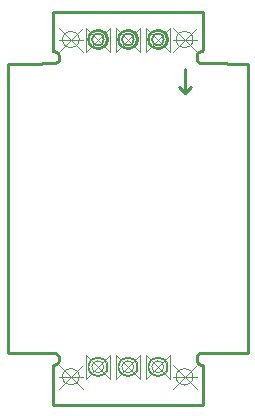
<source format=gm1>
G04 MADE WITH FRITZING*
G04 WWW.FRITZING.ORG*
G04 DOUBLE SIDED*
G04 HOLES PLATED*
G04 CONTOUR ON CENTER OF CONTOUR VECTOR*
%ASAXBY*%
%FSLAX23Y23*%
%MOIN*%
%OFA0B0*%
%SFA1.0B1.0*%
%ADD10C,0.066929*%
%ADD11C,0.059055*%
%ADD12C,0.039370*%
%ADD13C,0.055315X0.0549213*%
%ADD14C,0.000197*%
%ADD15C,0.009843*%
%ADD16C,0.001000*%
%ADD10C,0.008*%
%LNCONTOUR*%
G90*
G70*
G54D10*
G01X335Y1218D02*
G75*
G03X335Y1218I-33J0D01*
G01*
G01X335Y1218D02*
G75*
G03X335Y1218I-33J0D01*
G01*
G01X331Y1218D02*
G75*
G03X331Y1218I-30J0D01*
G01*
G01X321Y1218D02*
G75*
G03X321Y1218I-20J0D01*
G01*
G01X435Y1218D02*
G75*
G03X435Y1218I-33J0D01*
G01*
G01X435Y1218D02*
G75*
G03X435Y1218I-33J0D01*
G01*
G01X431Y1218D02*
G75*
G03X431Y1218I-30J0D01*
G01*
G01X421Y1218D02*
G75*
G03X421Y1218I-20J0D01*
G01*
G01X535Y1218D02*
G75*
G03X535Y1218I-33J0D01*
G01*
G01X535Y1218D02*
G75*
G03X535Y1218I-33J0D01*
G01*
G01X531Y1218D02*
G75*
G03X531Y1218I-30J0D01*
G01*
G01X521Y1218D02*
G75*
G03X521Y1218I-20J0D01*
G01*
G54D14*
G01X618Y1218D02*
G75*
G03X618Y1218I-28J0D01*
G01*
G01X239Y1218D02*
G75*
G03X239Y1218I-28J0D01*
G01*
G01X335Y127D02*
G75*
G03X335Y127I-33J0D01*
G01*
G01X335Y127D02*
G75*
G03X335Y127I-33J0D01*
G01*
G01X331Y127D02*
G75*
G03X331Y127I-30J0D01*
G01*
G01X321Y127D02*
G75*
G03X321Y127I-20J0D01*
G01*
G01X435Y127D02*
G75*
G03X435Y127I-33J0D01*
G01*
G01X435Y127D02*
G75*
G03X435Y127I-33J0D01*
G01*
G01X431Y127D02*
G75*
G03X431Y127I-30J0D01*
G01*
G01X421Y127D02*
G75*
G03X421Y127I-20J0D01*
G01*
G01X535Y127D02*
G75*
G03X535Y127I-33J0D01*
G01*
G01X535Y127D02*
G75*
G03X535Y127I-33J0D01*
G01*
G01X531Y127D02*
G75*
G03X531Y127I-30J0D01*
G01*
G01X521Y127D02*
G75*
G03X521Y127I-20J0D01*
G01*
G01X239Y94D02*
G75*
G03X239Y94I-28J0D01*
G01*
G01X618Y94D02*
G75*
G03X618Y94I-28J0D01*
G01*
X149Y1178D02*
X151Y1178D01*
D02*
X651Y1178D02*
X653Y1178D01*
D02*
X653Y133D02*
X651Y133D01*
D02*
X151Y133D02*
X149Y133D01*
G54D15*
D02*
X611Y1060D02*
X592Y1040D01*
D02*
X592Y1040D02*
X572Y1060D01*
D02*
X592Y1040D02*
X592Y1119D01*
X150Y1311D02*
X150Y1310D01*
X150Y1183D01*
X151Y1182D01*
X152Y1182D01*
X153Y1181D01*
X154Y1181D01*
X155Y1180D01*
X156Y1180D01*
X157Y1179D01*
X158Y1179D01*
X159Y1178D01*
X160Y1178D01*
X161Y1177D01*
X162Y1177D01*
X163Y1176D01*
X164Y1176D01*
X165Y1175D01*
X166Y1174D01*
X167Y1173D01*
X168Y1172D01*
X168Y1171D01*
X169Y1170D01*
X169Y1169D01*
X170Y1168D01*
X170Y1165D01*
X171Y1164D01*
X171Y1153D01*
X170Y1152D01*
X170Y1148D01*
X169Y1147D01*
X168Y1146D01*
X168Y1145D01*
X167Y1144D01*
X166Y1143D01*
X165Y1143D01*
X164Y1142D01*
X163Y1142D01*
X162Y1141D01*
X161Y1141D01*
X160Y1140D01*
X159Y1140D01*
X158Y1140D01*
X157Y1140D01*
X156Y1140D01*
X155Y1140D01*
X154Y1140D01*
X153Y1140D01*
X152Y1139D01*
X151Y1139D01*
X150Y1139D01*
X149Y1139D01*
X148Y1139D01*
X147Y1139D01*
X146Y1139D01*
X145Y1139D01*
X144Y1139D01*
X143Y1139D01*
X142Y1139D01*
X141Y1139D01*
X140Y1139D01*
X139Y1139D01*
X138Y1139D01*
X137Y1139D01*
X136Y1139D01*
X135Y1139D01*
X134Y1139D01*
X133Y1139D01*
X132Y1139D01*
X131Y1139D01*
X130Y1139D01*
X129Y1139D01*
X128Y1139D01*
X127Y1139D01*
X126Y1139D01*
X125Y1139D01*
X124Y1139D01*
X123Y1139D01*
X122Y1139D01*
X121Y1139D01*
X120Y1139D01*
X119Y1139D01*
X118Y1139D01*
X117Y1139D01*
X116Y1139D01*
X115Y1138D01*
X114Y1138D01*
X113Y1138D01*
X112Y1138D01*
X111Y1138D01*
X110Y1138D01*
X109Y1138D01*
X108Y1138D01*
X107Y1138D01*
X106Y1138D01*
X105Y1138D01*
X104Y1138D01*
X103Y1138D01*
X102Y1138D01*
X101Y1138D01*
X100Y1138D01*
X99Y1138D01*
X98Y1138D01*
X97Y1138D01*
X96Y1138D01*
X95Y1138D01*
X94Y1138D01*
X93Y1138D01*
X92Y1138D01*
X91Y1138D01*
X90Y1138D01*
X89Y1138D01*
X88Y1138D01*
X87Y1138D01*
X86Y1138D01*
X85Y1138D01*
X84Y1138D01*
X83Y1138D01*
X82Y1138D01*
X81Y1138D01*
X80Y1138D01*
X79Y1138D01*
X78Y1138D01*
X77Y1138D01*
X76Y1138D01*
X75Y1138D01*
X74Y1138D01*
X73Y1138D01*
X72Y1138D01*
X71Y1138D01*
X70Y1138D01*
X69Y1138D01*
X68Y1138D01*
X67Y1138D01*
X66Y1138D01*
X65Y1138D01*
X64Y1138D01*
X63Y1138D01*
X62Y1138D01*
X61Y1138D01*
X60Y1138D01*
X59Y1138D01*
X58Y1138D01*
X57Y1138D01*
X56Y1138D01*
X55Y1138D01*
X54Y1138D01*
X53Y1138D01*
X52Y1138D01*
X51Y1138D01*
X50Y1138D01*
X49Y1138D01*
X48Y1138D01*
X47Y1138D01*
X46Y1138D01*
X45Y1138D01*
X44Y1138D01*
X43Y1138D01*
X42Y1138D01*
X41Y1138D01*
X40Y1138D01*
X39Y1138D01*
X38Y1138D01*
X37Y1138D01*
X36Y1138D01*
X35Y1138D01*
X34Y1138D01*
X33Y1138D01*
X32Y1138D01*
X31Y1138D01*
X30Y1138D01*
X29Y1138D01*
X28Y1138D01*
X27Y1138D01*
X26Y1138D01*
X25Y1138D01*
X24Y1138D01*
X23Y1138D01*
X22Y1138D01*
X21Y1138D01*
X20Y1138D01*
X19Y1138D01*
X18Y1138D01*
X17Y1138D01*
X16Y1138D01*
X15Y1138D01*
X14Y1138D01*
X13Y1138D01*
X12Y1138D01*
X11Y1138D01*
X10Y1138D01*
X9Y1138D01*
X8Y1138D01*
X7Y1138D01*
X6Y1138D01*
X5Y1138D01*
X4Y1138D01*
X3Y1138D01*
X2Y1138D01*
X1Y1138D01*
X0Y1138D01*
X0Y174D01*
X1Y174D01*
X2Y174D01*
X3Y174D01*
X4Y174D01*
X5Y174D01*
X6Y174D01*
X7Y174D01*
X8Y174D01*
X9Y174D01*
X10Y174D01*
X11Y174D01*
X12Y174D01*
X13Y174D01*
X14Y174D01*
X15Y174D01*
X16Y174D01*
X17Y174D01*
X18Y174D01*
X19Y174D01*
X20Y174D01*
X21Y174D01*
X22Y174D01*
X23Y174D01*
X24Y174D01*
X25Y174D01*
X26Y174D01*
X27Y174D01*
X28Y174D01*
X29Y174D01*
X30Y174D01*
X31Y174D01*
X32Y174D01*
X33Y174D01*
X34Y174D01*
X35Y174D01*
X36Y174D01*
X37Y174D01*
X38Y174D01*
X39Y174D01*
X40Y174D01*
X41Y174D01*
X42Y174D01*
X43Y174D01*
X44Y174D01*
X45Y174D01*
X46Y174D01*
X47Y174D01*
X48Y174D01*
X49Y174D01*
X50Y174D01*
X51Y174D01*
X52Y174D01*
X53Y174D01*
X54Y174D01*
X55Y174D01*
X56Y174D01*
X57Y174D01*
X58Y174D01*
X59Y174D01*
X60Y174D01*
X61Y174D01*
X62Y174D01*
X63Y174D01*
X64Y174D01*
X65Y174D01*
X66Y174D01*
X67Y174D01*
X68Y174D01*
X69Y174D01*
X70Y174D01*
X71Y174D01*
X72Y174D01*
X73Y174D01*
X74Y174D01*
X75Y174D01*
X76Y174D01*
X77Y174D01*
X78Y174D01*
X79Y174D01*
X80Y174D01*
X81Y174D01*
X82Y174D01*
X83Y174D01*
X84Y174D01*
X85Y174D01*
X86Y174D01*
X87Y174D01*
X88Y174D01*
X89Y174D01*
X90Y174D01*
X91Y174D01*
X92Y174D01*
X93Y174D01*
X94Y174D01*
X95Y174D01*
X96Y174D01*
X97Y174D01*
X98Y174D01*
X99Y174D01*
X100Y174D01*
X101Y174D01*
X102Y174D01*
X103Y174D01*
X104Y174D01*
X105Y174D01*
X106Y174D01*
X107Y174D01*
X108Y174D01*
X109Y174D01*
X110Y174D01*
X111Y174D01*
X112Y174D01*
X113Y174D01*
X114Y174D01*
X115Y174D01*
X116Y174D01*
X117Y174D01*
X118Y174D01*
X119Y174D01*
X120Y174D01*
X121Y174D01*
X122Y174D01*
X123Y174D01*
X124Y174D01*
X125Y174D01*
X126Y174D01*
X127Y174D01*
X128Y174D01*
X129Y174D01*
X130Y174D01*
X131Y174D01*
X132Y174D01*
X133Y174D01*
X134Y174D01*
X135Y174D01*
X136Y174D01*
X137Y174D01*
X138Y174D01*
X139Y174D01*
X140Y174D01*
X141Y174D01*
X142Y174D01*
X143Y174D01*
X144Y174D01*
X145Y174D01*
X146Y174D01*
X147Y174D01*
X148Y174D01*
X149Y174D01*
X150Y174D01*
X151Y174D01*
X152Y174D01*
X153Y174D01*
X154Y174D01*
X155Y174D01*
X156Y174D01*
X157Y174D01*
X158Y174D01*
X159Y174D01*
X160Y174D01*
X161Y173D01*
X162Y172D01*
X163Y171D01*
X164Y170D01*
X165Y169D01*
X166Y168D01*
X167Y167D01*
X168Y166D01*
X168Y165D01*
X169Y164D01*
X169Y163D01*
X170Y162D01*
X170Y160D01*
X171Y159D01*
X171Y149D01*
X170Y148D01*
X170Y145D01*
X169Y144D01*
X168Y143D01*
X168Y142D01*
X167Y141D01*
X166Y140D01*
X165Y139D01*
X164Y138D01*
X163Y137D01*
X162Y136D01*
X161Y136D01*
X160Y135D01*
X159Y135D01*
X158Y134D01*
X157Y134D01*
X156Y134D01*
X155Y133D01*
X154Y133D01*
X153Y133D01*
X152Y133D01*
X151Y133D01*
X150Y133D01*
X150Y1D01*
X151Y1D01*
X152Y1D01*
X153Y1D01*
X154Y1D01*
X155Y1D01*
X156Y1D01*
X157Y1D01*
X158Y1D01*
X159Y1D01*
X160Y1D01*
X161Y1D01*
X162Y1D01*
X163Y1D01*
X164Y1D01*
X165Y1D01*
X166Y1D01*
X167Y1D01*
X168Y1D01*
X169Y1D01*
X170Y1D01*
X171Y1D01*
X172Y1D01*
X173Y1D01*
X174Y1D01*
X175Y1D01*
X176Y1D01*
X177Y1D01*
X178Y1D01*
X179Y1D01*
X180Y1D01*
X181Y1D01*
X182Y1D01*
X183Y1D01*
X184Y1D01*
X185Y1D01*
X186Y1D01*
X187Y1D01*
X188Y1D01*
X189Y1D01*
X190Y1D01*
X191Y1D01*
X192Y1D01*
X193Y1D01*
X194Y1D01*
X195Y1D01*
X196Y1D01*
X197Y1D01*
X198Y1D01*
X199Y1D01*
X200Y1D01*
X201Y1D01*
X202Y1D01*
X203Y1D01*
X204Y1D01*
X205Y1D01*
X206Y1D01*
X207Y1D01*
X208Y1D01*
X209Y1D01*
X210Y1D01*
X211Y1D01*
X212Y1D01*
X213Y1D01*
X214Y1D01*
X215Y1D01*
X216Y1D01*
X217Y1D01*
X218Y1D01*
X219Y1D01*
X220Y1D01*
X221Y1D01*
X222Y1D01*
X223Y1D01*
X224Y1D01*
X225Y1D01*
X226Y1D01*
X227Y1D01*
X228Y1D01*
X229Y1D01*
X230Y1D01*
X231Y1D01*
X232Y1D01*
X233Y1D01*
X234Y1D01*
X235Y1D01*
X236Y1D01*
X237Y1D01*
X238Y1D01*
X239Y1D01*
X240Y1D01*
X241Y1D01*
X242Y1D01*
X243Y1D01*
X244Y1D01*
X245Y1D01*
X246Y1D01*
X247Y1D01*
X248Y1D01*
X249Y1D01*
X250Y1D01*
X251Y1D01*
X252Y1D01*
X253Y1D01*
X254Y1D01*
X255Y1D01*
X256Y1D01*
X257Y1D01*
X258Y1D01*
X259Y1D01*
X260Y1D01*
X261Y1D01*
X262Y1D01*
X263Y1D01*
X264Y1D01*
X265Y1D01*
X266Y1D01*
X267Y1D01*
X268Y1D01*
X269Y1D01*
X270Y1D01*
X271Y1D01*
X272Y1D01*
X273Y1D01*
X274Y1D01*
X275Y1D01*
X276Y1D01*
X277Y1D01*
X278Y1D01*
X279Y1D01*
X280Y1D01*
X281Y1D01*
X282Y1D01*
X283Y1D01*
X284Y1D01*
X285Y1D01*
X286Y1D01*
X287Y1D01*
X288Y1D01*
X289Y1D01*
X290Y1D01*
X291Y1D01*
X292Y1D01*
X293Y1D01*
X294Y1D01*
X295Y1D01*
X296Y1D01*
X297Y1D01*
X298Y1D01*
X299Y1D01*
X300Y1D01*
X301Y1D01*
X302Y1D01*
X303Y1D01*
X304Y1D01*
X305Y1D01*
X306Y1D01*
X307Y1D01*
X308Y1D01*
X309Y1D01*
X310Y1D01*
X311Y1D01*
X312Y1D01*
X313Y1D01*
X314Y1D01*
X315Y1D01*
X316Y1D01*
X317Y1D01*
X318Y1D01*
X319Y1D01*
X320Y1D01*
X321Y1D01*
X322Y1D01*
X323Y1D01*
X324Y1D01*
X325Y1D01*
X326Y1D01*
X327Y1D01*
X328Y1D01*
X329Y1D01*
X330Y1D01*
X331Y1D01*
X332Y1D01*
X333Y1D01*
X334Y1D01*
X335Y1D01*
X336Y1D01*
X337Y1D01*
X338Y1D01*
X339Y1D01*
X340Y1D01*
X341Y1D01*
X342Y1D01*
X343Y1D01*
X344Y1D01*
X345Y1D01*
X346Y1D01*
X347Y1D01*
X348Y1D01*
X349Y1D01*
X350Y1D01*
X351Y1D01*
X352Y1D01*
X353Y1D01*
X354Y1D01*
X355Y1D01*
X356Y1D01*
X357Y1D01*
X358Y1D01*
X359Y1D01*
X360Y1D01*
X361Y1D01*
X362Y1D01*
X363Y1D01*
X364Y1D01*
X365Y1D01*
X366Y1D01*
X367Y1D01*
X368Y1D01*
X369Y1D01*
X370Y1D01*
X371Y1D01*
X372Y1D01*
X373Y1D01*
X374Y1D01*
X375Y1D01*
X376Y1D01*
X377Y1D01*
X378Y1D01*
X379Y1D01*
X380Y1D01*
X381Y1D01*
X382Y1D01*
X383Y1D01*
X384Y1D01*
X385Y1D01*
X386Y1D01*
X387Y1D01*
X388Y1D01*
X389Y1D01*
X390Y1D01*
X391Y1D01*
X392Y1D01*
X393Y1D01*
X394Y1D01*
X395Y1D01*
X396Y1D01*
X397Y1D01*
X398Y1D01*
X399Y1D01*
X400Y1D01*
X401Y1D01*
X402Y1D01*
X403Y1D01*
X404Y1D01*
X405Y1D01*
X406Y1D01*
X407Y1D01*
X408Y1D01*
X409Y1D01*
X410Y1D01*
X411Y1D01*
X412Y1D01*
X413Y1D01*
X414Y1D01*
X415Y1D01*
X416Y1D01*
X417Y1D01*
X418Y1D01*
X419Y1D01*
X420Y1D01*
X421Y1D01*
X422Y1D01*
X423Y1D01*
X424Y1D01*
X425Y1D01*
X426Y1D01*
X427Y1D01*
X428Y1D01*
X429Y1D01*
X430Y1D01*
X431Y1D01*
X432Y1D01*
X433Y1D01*
X434Y1D01*
X435Y1D01*
X436Y1D01*
X437Y1D01*
X438Y1D01*
X439Y1D01*
X440Y1D01*
X441Y1D01*
X442Y1D01*
X443Y1D01*
X444Y1D01*
X445Y1D01*
X446Y1D01*
X447Y1D01*
X448Y1D01*
X449Y1D01*
X450Y1D01*
X451Y1D01*
X452Y1D01*
X453Y1D01*
X454Y1D01*
X455Y1D01*
X456Y1D01*
X457Y1D01*
X458Y1D01*
X459Y1D01*
X460Y1D01*
X461Y1D01*
X462Y1D01*
X463Y1D01*
X464Y1D01*
X465Y1D01*
X466Y1D01*
X467Y1D01*
X468Y1D01*
X469Y1D01*
X470Y1D01*
X471Y1D01*
X472Y1D01*
X473Y1D01*
X474Y1D01*
X475Y1D01*
X476Y1D01*
X477Y1D01*
X478Y1D01*
X479Y1D01*
X480Y1D01*
X481Y1D01*
X482Y1D01*
X483Y1D01*
X484Y1D01*
X485Y1D01*
X486Y1D01*
X487Y1D01*
X488Y1D01*
X489Y1D01*
X490Y1D01*
X491Y1D01*
X492Y1D01*
X493Y1D01*
X494Y1D01*
X495Y1D01*
X496Y1D01*
X497Y1D01*
X498Y1D01*
X499Y1D01*
X500Y1D01*
X501Y1D01*
X502Y1D01*
X503Y1D01*
X504Y1D01*
X505Y1D01*
X506Y1D01*
X507Y1D01*
X508Y1D01*
X509Y1D01*
X510Y1D01*
X511Y1D01*
X512Y1D01*
X513Y1D01*
X514Y1D01*
X515Y1D01*
X516Y1D01*
X517Y1D01*
X518Y1D01*
X519Y1D01*
X520Y1D01*
X521Y1D01*
X522Y1D01*
X523Y1D01*
X524Y1D01*
X525Y1D01*
X526Y1D01*
X527Y1D01*
X528Y1D01*
X529Y1D01*
X530Y1D01*
X531Y1D01*
X532Y1D01*
X533Y1D01*
X534Y1D01*
X535Y1D01*
X536Y1D01*
X537Y1D01*
X538Y1D01*
X539Y1D01*
X540Y1D01*
X541Y1D01*
X542Y1D01*
X543Y1D01*
X544Y1D01*
X545Y1D01*
X546Y1D01*
X547Y1D01*
X548Y1D01*
X549Y1D01*
X550Y1D01*
X551Y1D01*
X552Y1D01*
X553Y1D01*
X554Y1D01*
X555Y1D01*
X556Y1D01*
X557Y1D01*
X558Y1D01*
X559Y1D01*
X560Y1D01*
X561Y1D01*
X562Y1D01*
X563Y1D01*
X564Y1D01*
X565Y1D01*
X566Y1D01*
X567Y1D01*
X568Y1D01*
X569Y1D01*
X570Y1D01*
X571Y1D01*
X572Y1D01*
X573Y1D01*
X574Y1D01*
X575Y1D01*
X576Y1D01*
X577Y1D01*
X578Y1D01*
X579Y1D01*
X580Y1D01*
X581Y1D01*
X582Y1D01*
X583Y1D01*
X584Y1D01*
X585Y1D01*
X586Y1D01*
X587Y1D01*
X588Y1D01*
X589Y1D01*
X590Y1D01*
X591Y1D01*
X592Y1D01*
X593Y1D01*
X594Y1D01*
X595Y1D01*
X596Y1D01*
X597Y1D01*
X598Y1D01*
X599Y1D01*
X600Y1D01*
X601Y1D01*
X602Y1D01*
X603Y1D01*
X604Y1D01*
X605Y1D01*
X606Y1D01*
X607Y1D01*
X608Y1D01*
X609Y1D01*
X610Y1D01*
X611Y1D01*
X612Y1D01*
X613Y1D01*
X614Y1D01*
X615Y1D01*
X616Y1D01*
X617Y1D01*
X618Y1D01*
X619Y1D01*
X620Y1D01*
X621Y1D01*
X622Y1D01*
X623Y1D01*
X624Y1D01*
X625Y1D01*
X626Y1D01*
X627Y1D01*
X628Y1D01*
X629Y1D01*
X630Y1D01*
X631Y1D01*
X632Y1D01*
X633Y1D01*
X634Y1D01*
X635Y1D01*
X636Y1D01*
X637Y1D01*
X638Y1D01*
X639Y1D01*
X640Y1D01*
X641Y1D01*
X642Y1D01*
X643Y1D01*
X644Y1D01*
X645Y1D01*
X646Y1D01*
X647Y1D01*
X648Y1D01*
X649Y1D01*
X650Y1D01*
X651Y1D01*
X651Y133D01*
X650Y133D01*
X649Y133D01*
X648Y133D01*
X647Y133D01*
X646Y133D01*
X645Y133D01*
X644Y133D01*
X643Y133D01*
X642Y134D01*
X641Y135D01*
X640Y136D01*
X639Y136D01*
X638Y137D01*
X637Y138D01*
X636Y139D01*
X635Y140D01*
X634Y141D01*
X633Y142D01*
X633Y143D01*
X632Y144D01*
X631Y145D01*
X631Y147D01*
X630Y148D01*
X630Y159D01*
X631Y160D01*
X631Y163D01*
X632Y164D01*
X632Y165D01*
X633Y166D01*
X634Y167D01*
X635Y168D01*
X636Y169D01*
X637Y170D01*
X638Y171D01*
X639Y172D01*
X640Y173D01*
X641Y174D01*
X642Y174D01*
X643Y174D01*
X644Y174D01*
X645Y174D01*
X646Y174D01*
X647Y174D01*
X648Y174D01*
X649Y174D01*
X650Y174D01*
X651Y174D01*
X652Y174D01*
X653Y174D01*
X654Y174D01*
X655Y174D01*
X656Y174D01*
X657Y174D01*
X658Y174D01*
X659Y174D01*
X660Y174D01*
X661Y174D01*
X662Y174D01*
X663Y174D01*
X664Y174D01*
X665Y174D01*
X666Y174D01*
X667Y174D01*
X668Y174D01*
X669Y174D01*
X670Y174D01*
X671Y174D01*
X672Y174D01*
X673Y174D01*
X674Y174D01*
X675Y174D01*
X676Y174D01*
X677Y174D01*
X678Y174D01*
X679Y174D01*
X680Y174D01*
X681Y174D01*
X682Y174D01*
X683Y174D01*
X684Y174D01*
X685Y174D01*
X686Y174D01*
X687Y174D01*
X688Y174D01*
X689Y174D01*
X690Y174D01*
X691Y174D01*
X692Y174D01*
X693Y174D01*
X694Y174D01*
X695Y174D01*
X696Y174D01*
X697Y174D01*
X698Y174D01*
X699Y174D01*
X700Y174D01*
X701Y174D01*
X702Y174D01*
X703Y174D01*
X704Y174D01*
X705Y174D01*
X706Y174D01*
X707Y174D01*
X708Y174D01*
X709Y174D01*
X710Y174D01*
X711Y174D01*
X712Y174D01*
X713Y174D01*
X714Y174D01*
X715Y174D01*
X716Y174D01*
X717Y174D01*
X718Y174D01*
X719Y174D01*
X720Y174D01*
X721Y174D01*
X722Y174D01*
X723Y174D01*
X724Y174D01*
X725Y174D01*
X726Y174D01*
X727Y174D01*
X728Y174D01*
X729Y174D01*
X730Y174D01*
X731Y174D01*
X732Y174D01*
X733Y174D01*
X734Y174D01*
X735Y174D01*
X736Y174D01*
X737Y174D01*
X738Y174D01*
X739Y174D01*
X740Y174D01*
X741Y174D01*
X742Y174D01*
X743Y174D01*
X744Y174D01*
X745Y174D01*
X746Y174D01*
X747Y174D01*
X748Y174D01*
X749Y174D01*
X750Y174D01*
X751Y174D01*
X752Y174D01*
X753Y174D01*
X754Y174D01*
X755Y174D01*
X756Y174D01*
X757Y174D01*
X758Y174D01*
X759Y174D01*
X760Y174D01*
X761Y174D01*
X762Y174D01*
X763Y174D01*
X764Y174D01*
X765Y174D01*
X766Y174D01*
X767Y174D01*
X768Y174D01*
X769Y174D01*
X770Y174D01*
X771Y174D01*
X772Y174D01*
X773Y174D01*
X774Y174D01*
X775Y174D01*
X776Y174D01*
X777Y174D01*
X778Y174D01*
X779Y174D01*
X780Y174D01*
X781Y174D01*
X782Y174D01*
X783Y174D01*
X784Y174D01*
X785Y174D01*
X786Y174D01*
X787Y174D01*
X788Y174D01*
X789Y174D01*
X790Y174D01*
X791Y174D01*
X792Y174D01*
X793Y174D01*
X794Y174D01*
X795Y174D01*
X796Y174D01*
X797Y174D01*
X798Y174D01*
X799Y174D01*
X800Y174D01*
X801Y174D01*
X801Y1138D01*
X800Y1138D01*
X799Y1138D01*
X798Y1138D01*
X797Y1138D01*
X796Y1138D01*
X795Y1138D01*
X794Y1138D01*
X793Y1138D01*
X792Y1138D01*
X791Y1138D01*
X790Y1138D01*
X789Y1138D01*
X788Y1138D01*
X787Y1138D01*
X786Y1138D01*
X785Y1138D01*
X784Y1138D01*
X783Y1138D01*
X782Y1138D01*
X781Y1138D01*
X780Y1138D01*
X779Y1138D01*
X778Y1138D01*
X777Y1138D01*
X776Y1138D01*
X775Y1138D01*
X774Y1138D01*
X773Y1138D01*
X772Y1138D01*
X771Y1138D01*
X770Y1138D01*
X769Y1138D01*
X768Y1138D01*
X767Y1138D01*
X766Y1138D01*
X765Y1138D01*
X764Y1138D01*
X763Y1138D01*
X762Y1138D01*
X761Y1138D01*
X760Y1138D01*
X759Y1138D01*
X758Y1138D01*
X757Y1138D01*
X756Y1138D01*
X755Y1138D01*
X754Y1138D01*
X753Y1138D01*
X752Y1138D01*
X751Y1138D01*
X750Y1138D01*
X749Y1138D01*
X748Y1138D01*
X747Y1138D01*
X746Y1138D01*
X745Y1138D01*
X744Y1138D01*
X743Y1138D01*
X742Y1138D01*
X741Y1138D01*
X740Y1138D01*
X739Y1138D01*
X738Y1138D01*
X737Y1138D01*
X736Y1138D01*
X735Y1138D01*
X734Y1138D01*
X733Y1138D01*
X732Y1138D01*
X731Y1139D01*
X730Y1139D01*
X729Y1139D01*
X728Y1139D01*
X727Y1139D01*
X726Y1139D01*
X725Y1139D01*
X724Y1139D01*
X723Y1139D01*
X722Y1139D01*
X721Y1139D01*
X720Y1139D01*
X719Y1139D01*
X718Y1139D01*
X717Y1139D01*
X716Y1139D01*
X715Y1139D01*
X714Y1139D01*
X713Y1139D01*
X712Y1139D01*
X711Y1139D01*
X710Y1139D01*
X709Y1139D01*
X708Y1139D01*
X707Y1139D01*
X706Y1139D01*
X705Y1139D01*
X704Y1139D01*
X703Y1139D01*
X702Y1139D01*
X701Y1139D01*
X700Y1139D01*
X699Y1139D01*
X698Y1139D01*
X697Y1139D01*
X696Y1139D01*
X695Y1139D01*
X694Y1139D01*
X693Y1139D01*
X692Y1139D01*
X691Y1139D01*
X690Y1139D01*
X689Y1139D01*
X688Y1139D01*
X687Y1139D01*
X686Y1139D01*
X685Y1139D01*
X684Y1139D01*
X683Y1139D01*
X682Y1139D01*
X681Y1139D01*
X680Y1139D01*
X679Y1139D01*
X678Y1139D01*
X677Y1139D01*
X676Y1139D01*
X675Y1139D01*
X674Y1139D01*
X673Y1139D01*
X672Y1139D01*
X671Y1139D01*
X670Y1139D01*
X669Y1139D01*
X668Y1139D01*
X667Y1139D01*
X666Y1139D01*
X665Y1139D01*
X664Y1139D01*
X663Y1139D01*
X662Y1139D01*
X661Y1139D01*
X660Y1139D01*
X659Y1139D01*
X658Y1139D01*
X657Y1139D01*
X656Y1139D01*
X655Y1139D01*
X654Y1139D01*
X653Y1139D01*
X652Y1139D01*
X651Y1139D01*
X650Y1139D01*
X649Y1139D01*
X648Y1139D01*
X647Y1139D01*
X646Y1139D01*
X645Y1139D01*
X644Y1139D01*
X643Y1139D01*
X642Y1139D01*
X641Y1139D01*
X640Y1139D01*
X639Y1140D01*
X638Y1141D01*
X637Y1142D01*
X636Y1143D01*
X635Y1144D01*
X634Y1145D01*
X633Y1146D01*
X632Y1147D01*
X632Y1148D01*
X631Y1149D01*
X631Y1152D01*
X630Y1153D01*
X630Y1164D01*
X631Y1165D01*
X631Y1168D01*
X632Y1169D01*
X632Y1170D01*
X633Y1171D01*
X633Y1172D01*
X634Y1173D01*
X635Y1174D01*
X636Y1175D01*
X637Y1176D01*
X638Y1176D01*
X639Y1177D01*
X640Y1177D01*
X641Y1178D01*
X642Y1178D01*
X643Y1179D01*
X644Y1179D01*
X645Y1180D01*
X646Y1180D01*
X647Y1181D01*
X648Y1181D01*
X649Y1182D01*
X650Y1182D01*
X651Y1183D01*
X651Y1311D01*
X650Y1311D01*
X649Y1311D01*
X648Y1311D01*
X647Y1311D01*
X646Y1311D01*
X645Y1311D01*
X644Y1311D01*
X643Y1311D01*
X642Y1311D01*
X641Y1311D01*
X640Y1311D01*
X639Y1311D01*
X638Y1311D01*
X637Y1311D01*
X636Y1311D01*
X635Y1311D01*
X634Y1311D01*
X633Y1311D01*
X632Y1311D01*
X631Y1311D01*
X630Y1311D01*
X629Y1311D01*
X628Y1311D01*
X627Y1311D01*
X626Y1311D01*
X625Y1311D01*
X624Y1311D01*
X623Y1311D01*
X622Y1311D01*
X621Y1311D01*
X620Y1311D01*
X619Y1311D01*
X618Y1311D01*
X617Y1311D01*
X616Y1311D01*
X615Y1311D01*
X614Y1311D01*
X613Y1311D01*
X612Y1311D01*
X611Y1311D01*
X610Y1311D01*
X609Y1311D01*
X608Y1311D01*
X607Y1311D01*
X606Y1311D01*
X605Y1311D01*
X604Y1311D01*
X603Y1311D01*
X602Y1311D01*
X601Y1311D01*
X600Y1311D01*
X599Y1311D01*
X598Y1311D01*
X597Y1311D01*
X596Y1311D01*
X595Y1311D01*
X594Y1311D01*
X593Y1311D01*
X592Y1311D01*
X591Y1311D01*
X590Y1311D01*
X589Y1311D01*
X588Y1311D01*
X587Y1311D01*
X586Y1311D01*
X585Y1311D01*
X584Y1311D01*
X583Y1311D01*
X582Y1311D01*
X581Y1311D01*
X580Y1311D01*
X579Y1311D01*
X578Y1311D01*
X577Y1311D01*
X576Y1311D01*
X575Y1311D01*
X574Y1311D01*
X573Y1311D01*
X572Y1311D01*
X571Y1311D01*
X570Y1311D01*
X569Y1311D01*
X568Y1311D01*
X567Y1311D01*
X566Y1311D01*
X565Y1311D01*
X564Y1311D01*
X563Y1311D01*
X562Y1311D01*
X561Y1311D01*
X560Y1311D01*
X559Y1311D01*
X558Y1311D01*
X557Y1311D01*
X556Y1311D01*
X555Y1311D01*
X554Y1311D01*
X553Y1311D01*
X552Y1311D01*
X551Y1311D01*
X550Y1311D01*
X549Y1311D01*
X548Y1311D01*
X547Y1311D01*
X546Y1311D01*
X545Y1311D01*
X544Y1311D01*
X543Y1311D01*
X542Y1311D01*
X541Y1311D01*
X540Y1311D01*
X539Y1311D01*
X538Y1311D01*
X537Y1311D01*
X536Y1311D01*
X535Y1311D01*
X534Y1311D01*
X533Y1311D01*
X532Y1311D01*
X531Y1311D01*
X530Y1311D01*
X529Y1311D01*
X528Y1311D01*
X527Y1311D01*
X526Y1311D01*
X525Y1311D01*
X524Y1311D01*
X523Y1311D01*
X522Y1311D01*
X521Y1311D01*
X520Y1311D01*
X519Y1311D01*
X518Y1311D01*
X517Y1311D01*
X516Y1311D01*
X515Y1311D01*
X514Y1311D01*
X513Y1311D01*
X512Y1311D01*
X511Y1311D01*
X510Y1311D01*
X509Y1311D01*
X508Y1311D01*
X507Y1311D01*
X506Y1311D01*
X505Y1311D01*
X504Y1311D01*
X503Y1311D01*
X502Y1311D01*
X501Y1311D01*
X500Y1311D01*
X499Y1311D01*
X498Y1311D01*
X497Y1311D01*
X496Y1311D01*
X495Y1311D01*
X494Y1311D01*
X493Y1311D01*
X492Y1311D01*
X491Y1311D01*
X490Y1311D01*
X489Y1311D01*
X488Y1311D01*
X487Y1311D01*
X486Y1311D01*
X485Y1311D01*
X484Y1311D01*
X483Y1311D01*
X482Y1311D01*
X481Y1311D01*
X480Y1311D01*
X479Y1311D01*
X478Y1311D01*
X477Y1311D01*
X476Y1311D01*
X475Y1311D01*
X474Y1311D01*
X473Y1311D01*
X472Y1311D01*
X471Y1311D01*
X470Y1311D01*
X469Y1311D01*
X468Y1311D01*
X467Y1311D01*
X466Y1311D01*
X465Y1311D01*
X464Y1311D01*
X463Y1311D01*
X462Y1311D01*
X461Y1311D01*
X460Y1311D01*
X459Y1311D01*
X458Y1311D01*
X457Y1311D01*
X456Y1311D01*
X455Y1311D01*
X454Y1311D01*
X453Y1311D01*
X452Y1311D01*
X451Y1311D01*
X450Y1311D01*
X449Y1311D01*
X448Y1311D01*
X447Y1311D01*
X446Y1311D01*
X445Y1311D01*
X444Y1311D01*
X443Y1311D01*
X442Y1311D01*
X441Y1311D01*
X440Y1311D01*
X439Y1311D01*
X438Y1311D01*
X437Y1311D01*
X436Y1311D01*
X435Y1311D01*
X434Y1311D01*
X433Y1311D01*
X432Y1311D01*
X431Y1311D01*
X430Y1311D01*
X429Y1311D01*
X428Y1311D01*
X427Y1311D01*
X426Y1311D01*
X425Y1311D01*
X424Y1311D01*
X423Y1311D01*
X422Y1311D01*
X421Y1311D01*
X420Y1311D01*
X419Y1311D01*
X418Y1311D01*
X417Y1311D01*
X416Y1311D01*
X415Y1311D01*
X414Y1311D01*
X413Y1311D01*
X412Y1311D01*
X411Y1311D01*
X410Y1311D01*
X409Y1311D01*
X408Y1311D01*
X407Y1311D01*
X406Y1311D01*
X405Y1311D01*
X404Y1311D01*
X403Y1311D01*
X402Y1311D01*
X401Y1311D01*
X400Y1311D01*
X399Y1311D01*
X398Y1311D01*
X397Y1311D01*
X396Y1311D01*
X395Y1311D01*
X394Y1311D01*
X393Y1311D01*
X392Y1311D01*
X391Y1311D01*
X390Y1311D01*
X389Y1311D01*
X388Y1311D01*
X387Y1311D01*
X386Y1311D01*
X385Y1311D01*
X384Y1311D01*
X383Y1311D01*
X382Y1311D01*
X381Y1311D01*
X380Y1311D01*
X379Y1311D01*
X378Y1311D01*
X377Y1311D01*
X376Y1311D01*
X375Y1311D01*
X374Y1311D01*
X373Y1311D01*
X372Y1311D01*
X371Y1311D01*
X370Y1311D01*
X369Y1311D01*
X368Y1311D01*
X367Y1311D01*
X366Y1311D01*
X365Y1311D01*
X364Y1311D01*
X363Y1311D01*
X362Y1311D01*
X361Y1311D01*
X360Y1311D01*
X359Y1311D01*
X358Y1311D01*
X357Y1311D01*
X356Y1311D01*
X355Y1311D01*
X354Y1311D01*
X353Y1311D01*
X352Y1311D01*
X351Y1311D01*
X350Y1311D01*
X349Y1311D01*
X348Y1311D01*
X347Y1311D01*
X346Y1311D01*
X345Y1311D01*
X344Y1311D01*
X343Y1311D01*
X342Y1311D01*
X341Y1311D01*
X340Y1311D01*
X339Y1311D01*
X338Y1311D01*
X337Y1311D01*
X336Y1311D01*
X335Y1311D01*
X334Y1311D01*
X333Y1311D01*
X332Y1311D01*
X331Y1311D01*
X330Y1311D01*
X329Y1311D01*
X328Y1311D01*
X327Y1311D01*
X326Y1311D01*
X325Y1311D01*
X324Y1311D01*
X323Y1311D01*
X322Y1311D01*
X321Y1311D01*
X320Y1311D01*
X319Y1311D01*
X318Y1311D01*
X317Y1311D01*
X316Y1311D01*
X315Y1311D01*
X314Y1311D01*
X313Y1311D01*
X312Y1311D01*
X311Y1311D01*
X310Y1311D01*
X309Y1311D01*
X308Y1311D01*
X307Y1311D01*
X306Y1311D01*
X305Y1311D01*
X304Y1311D01*
X303Y1311D01*
X302Y1311D01*
X301Y1311D01*
X300Y1311D01*
X299Y1311D01*
X298Y1311D01*
X297Y1311D01*
X296Y1311D01*
X295Y1311D01*
X294Y1311D01*
X293Y1311D01*
X292Y1311D01*
X291Y1311D01*
X290Y1311D01*
X289Y1311D01*
X288Y1311D01*
X287Y1311D01*
X286Y1311D01*
X285Y1311D01*
X284Y1311D01*
X283Y1311D01*
X282Y1311D01*
X281Y1311D01*
X280Y1311D01*
X279Y1311D01*
X278Y1311D01*
X277Y1311D01*
X276Y1311D01*
X275Y1311D01*
X274Y1311D01*
X273Y1311D01*
X272Y1311D01*
X271Y1311D01*
X270Y1311D01*
X269Y1311D01*
X268Y1311D01*
X267Y1311D01*
X266Y1311D01*
X265Y1311D01*
X264Y1311D01*
X263Y1311D01*
X262Y1311D01*
X261Y1311D01*
X260Y1311D01*
X259Y1311D01*
X258Y1311D01*
X257Y1311D01*
X256Y1311D01*
X255Y1311D01*
X254Y1311D01*
X253Y1311D01*
X252Y1311D01*
X251Y1311D01*
X250Y1311D01*
X249Y1311D01*
X248Y1311D01*
X247Y1311D01*
X246Y1311D01*
X245Y1311D01*
X244Y1311D01*
X243Y1311D01*
X242Y1311D01*
X241Y1311D01*
X240Y1311D01*
X239Y1311D01*
X238Y1311D01*
X237Y1311D01*
X236Y1311D01*
X235Y1311D01*
X234Y1311D01*
X233Y1311D01*
X232Y1311D01*
X231Y1311D01*
X230Y1311D01*
X229Y1311D01*
X228Y1311D01*
X227Y1311D01*
X226Y1311D01*
X225Y1311D01*
X224Y1311D01*
X223Y1311D01*
X222Y1311D01*
X221Y1311D01*
X220Y1311D01*
X219Y1311D01*
X218Y1311D01*
X217Y1311D01*
X216Y1311D01*
X215Y1311D01*
X214Y1311D01*
X213Y1311D01*
X212Y1311D01*
X211Y1311D01*
X210Y1311D01*
X209Y1311D01*
X208Y1311D01*
X207Y1311D01*
X206Y1311D01*
X205Y1311D01*
X204Y1311D01*
X203Y1311D01*
X202Y1311D01*
X201Y1311D01*
X200Y1311D01*
X199Y1311D01*
X198Y1311D01*
X197Y1311D01*
X196Y1311D01*
X195Y1311D01*
X194Y1311D01*
X193Y1311D01*
X192Y1311D01*
X191Y1311D01*
X190Y1311D01*
X189Y1311D01*
X188Y1311D01*
X187Y1311D01*
X186Y1311D01*
X185Y1311D01*
X184Y1311D01*
X183Y1311D01*
X182Y1311D01*
X181Y1311D01*
X180Y1311D01*
X179Y1311D01*
X178Y1311D01*
X177Y1311D01*
X176Y1311D01*
X175Y1311D01*
X174Y1311D01*
X173Y1311D01*
X172Y1311D01*
X171Y1311D01*
X170Y1311D01*
X169Y1311D01*
X168Y1311D01*
X167Y1311D01*
X166Y1311D01*
X165Y1311D01*
X164Y1311D01*
X163Y1311D01*
X162Y1311D01*
X161Y1311D01*
X160Y1311D01*
X159Y1311D01*
X158Y1311D01*
X157Y1311D01*
X156Y1311D01*
X155Y1311D01*
X154Y1311D01*
X153Y1311D01*
X152Y1311D01*
X151Y1311D01*
X150Y1311D01*
D02*
G54D16*
X260Y1178D02*
X340Y1258D01*
X260Y1258D02*
X340Y1178D01*
X260Y1178D02*
X260Y1258D01*
X340Y1178D02*
X340Y1258D01*
D02*
X360Y1178D02*
X440Y1258D01*
X360Y1258D02*
X440Y1178D01*
X360Y1178D02*
X360Y1258D01*
X440Y1178D02*
X440Y1258D01*
D02*
X460Y1178D02*
X540Y1258D01*
X460Y1258D02*
X540Y1178D01*
X460Y1178D02*
X460Y1258D01*
X540Y1178D02*
X540Y1258D01*
D02*
X550Y1178D02*
X630Y1258D01*
X550Y1258D02*
X630Y1178D01*
X550Y1218D02*
X630Y1218D01*
D02*
X171Y1178D02*
X251Y1258D01*
X171Y1258D02*
X251Y1178D01*
X171Y1218D02*
X251Y1218D01*
D02*
X260Y87D02*
X340Y167D01*
X260Y167D02*
X340Y87D01*
X260Y87D02*
X260Y167D01*
X340Y87D02*
X340Y167D01*
D02*
X360Y87D02*
X440Y167D01*
X360Y167D02*
X440Y87D01*
X360Y87D02*
X360Y167D01*
X440Y87D02*
X440Y167D01*
D02*
X460Y87D02*
X540Y167D01*
X460Y167D02*
X540Y87D01*
X460Y87D02*
X460Y167D01*
X540Y87D02*
X540Y167D01*
D02*
X171Y54D02*
X251Y134D01*
X171Y134D02*
X251Y54D01*
X171Y94D02*
X251Y94D01*
D02*
X550Y54D02*
X630Y134D01*
X550Y134D02*
X630Y54D01*
X550Y94D02*
X630Y94D01*
D02*
G04 End of contour*
M02*
</source>
